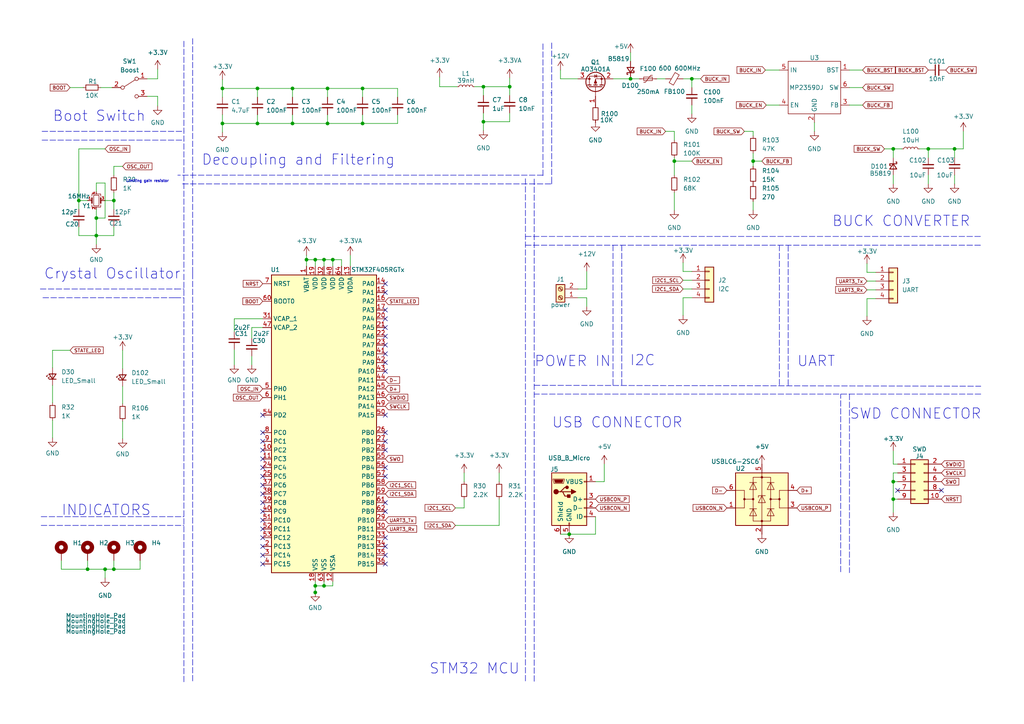
<source format=kicad_sch>
(kicad_sch (version 20211123) (generator eeschema)
  (paper "A4")
  (title_block (title "STM32 test") (date "2022-11-14") (rev "1.0") (company "Omar Fayed"))
  (junction (at 259.08 139.7))
  (junction (at 200.66 22.86))
  (junction (at 22.86 58.166))
  (junction (at 93.98 169.926))
  (junction (at 91.44 169.926))
  (junction (at 96.52 75.311))
  (junction (at 269.24 43.18))
  (junction (at 84.836 35.814))
  (junction (at 94.996 35.814))
  (junction (at 94.996 25.654))
  (junction (at 218.44 46.736))
  (junction (at 140.208 25.146))
  (junction (at 33.02 58.166))
  (junction (at 25.4 165.1))
  (junction (at 105.156 25.654))
  (junction (at 195.58 46.736))
  (junction (at 27.94 63.246))
  (junction (at 33.02 165.1))
  (junction (at 147.828 25.146))
  (junction (at 64.516 25.654))
  (junction (at 88.9 75.311))
  (junction (at 165.1 154.94))
  (junction (at 84.836 25.654))
  (junction (at 105.156 35.814))
  (junction (at 91.44 75.311))
  (junction (at 30.48 165.1))
  (junction (at 276.86 43.18))
  (junction (at 140.208 35.306))
  (junction (at 93.98 75.311))
  (junction (at 74.676 25.654))
  (junction (at 64.516 35.814))
  (junction (at 259.08 43.18))
  (junction (at 91.44 171.831))
  (junction (at 27.94 68.326))
  (junction (at 182.88 22.86))
  (junction (at 259.08 144.78))
  (junction (at 74.676 35.814))
  (no_connect (at 111.76 163.576))
  (no_connect (at 111.76 102.616))
  (no_connect (at 76.2 135.636))
  (no_connect (at 111.76 128.016))
  (no_connect (at 76.2 145.796))
  (no_connect (at 76.2 161.036))
  (no_connect (at 76.2 138.176))
  (no_connect (at 111.76 84.836))
  (no_connect (at 260.35 142.24))
  (no_connect (at 76.2 130.556))
  (no_connect (at 111.76 148.336))
  (no_connect (at 76.2 148.336))
  (no_connect (at 111.76 94.996))
  (no_connect (at 111.76 82.296))
  (no_connect (at 111.76 120.396))
  (no_connect (at 111.76 138.176))
  (no_connect (at 111.76 145.796))
  (no_connect (at 111.76 158.496))
  (no_connect (at 111.76 135.636))
  (no_connect (at 76.2 143.256))
  (no_connect (at 76.2 155.956))
  (no_connect (at 111.76 100.076))
  (no_connect (at 111.76 130.556))
  (no_connect (at 76.2 125.476))
  (no_connect (at 76.2 150.876))
  (no_connect (at 111.76 161.036))
  (no_connect (at 111.76 92.456))
  (no_connect (at 111.76 105.156))
  (no_connect (at 76.2 140.716))
  (no_connect (at 111.76 155.956))
  (no_connect (at 76.2 133.096))
  (no_connect (at 111.76 89.916))
  (no_connect (at 111.76 125.476))
  (no_connect (at 76.2 128.016))
  (no_connect (at 76.2 120.396))
  (no_connect (at 76.2 158.496))
  (no_connect (at 76.2 163.576))
  (no_connect (at 111.76 97.536))
  (no_connect (at 111.76 107.696))
  (no_connect (at 76.2 153.416))
  (no_connect (at 273.05 142.24))
  (polyline (pts (xy 55.88 11.176) (xy 55.88 79.248)))
  (wire (pts (xy 30.48 53.086) (xy 30.48 63.246)))
  (wire (pts (xy 246.38 30.48) (xy 250.19 30.48)))
  (wire (pts (xy 33.02 68.326) (xy 27.94 68.326)))
  (wire (pts (xy 96.52 77.216) (xy 96.52 75.311)))
  (wire (pts (xy 165.1 154.94) (xy 172.72 154.94)))
  (wire (pts (xy 226.06 20.32) (xy 221.996 20.32)))
  (wire (pts (xy 198.12 78.74) (xy 200.66 78.74)))
  (wire (pts (xy 33.02 165.1) (xy 30.48 165.1)))
  (wire (pts (xy 198.12 76.2) (xy 198.12 78.74)))
  (polyline (pts (xy 180.34 71.12) (xy 180.34 111.76)))
  (wire (pts (xy 35.56 122.174) (xy 35.56 127.254)))
  (wire (pts (xy 33.02 48.26) (xy 35.56 48.26)))
  (polyline (pts (xy 284.48 114.3) (xy 154.94 114.3)))
  (wire (pts (xy 269.24 43.18) (xy 276.86 43.18)))
  (wire (pts (xy 185.42 22.86) (xy 182.88 22.86)))
  (wire (pts (xy 144.78 139.7) (xy 144.78 137.16)))
  (wire (pts (xy 91.44 77.216) (xy 91.44 75.311)))
  (wire (pts (xy 74.676 28.194) (xy 74.676 25.654)))
  (wire (pts (xy 84.836 25.654) (xy 94.996 25.654)))
  (wire (pts (xy 22.86 43.18) (xy 22.86 58.166)))
  (wire (pts (xy 132.08 152.4) (xy 144.78 152.4)))
  (wire (pts (xy 147.828 27.686) (xy 147.828 25.146)))
  (wire (pts (xy 74.676 25.654) (xy 84.836 25.654)))
  (wire (pts (xy 105.156 35.814) (xy 115.316 35.814)))
  (polyline (pts (xy 152.4 71.12) (xy 284.734 71.12)))
  (wire (pts (xy 64.516 33.274) (xy 64.516 35.814)))
  (wire (pts (xy 256.54 43.18) (xy 259.08 43.18)))
  (wire (pts (xy 132.08 147.32) (xy 134.62 147.32)))
  (wire (pts (xy 140.208 35.306) (xy 147.828 35.306)))
  (wire (pts (xy 94.996 28.194) (xy 94.996 25.654)))
  (wire (pts (xy 254 78.994) (xy 251.46 78.994)))
  (wire (pts (xy 25.4 165.1) (xy 17.78 165.1)))
  (wire (pts (xy 147.828 22.606) (xy 147.828 25.146)))
  (polyline (pts (xy 160.02 53.34) (xy 160.02 51.562)))
  (wire (pts (xy 22.86 43.18) (xy 30.48 43.18)))
  (wire (pts (xy 91.44 169.926) (xy 91.44 168.656)))
  (polyline (pts (xy 152.4 68.58) (xy 284.48 68.58)))
  (wire (pts (xy 27.94 60.706) (xy 27.94 63.246)))
  (polyline (pts (xy 160.02 12.446) (xy 160.02 51.562)))
  (wire (pts (xy 27.94 68.326) (xy 27.94 70.866)))
  (polyline (pts (xy 154.94 197.612) (xy 154.94 51.562)))
  (wire (pts (xy 30.48 165.1) (xy 25.4 165.1)))
  (wire (pts (xy 170.18 86.36) (xy 170.18 88.9)))
  (wire (pts (xy 259.08 50.8) (xy 259.08 53.34)))
  (wire (pts (xy 215.9 38.1) (xy 218.44 38.1)))
  (wire (pts (xy 15.24 121.92) (xy 15.24 127)))
  (wire (pts (xy 27.94 63.246) (xy 27.94 68.326)))
  (wire (pts (xy 246.38 25.4) (xy 250.19 25.4)))
  (wire (pts (xy 172.72 154.94) (xy 172.72 149.86)))
  (polyline (pts (xy 11.938 149.86) (xy 53.34 149.86)))
  (polyline (pts (xy 159.766 53.34) (xy 52.832 53.34)))
  (wire (pts (xy 259.08 144.78) (xy 259.08 148.59)))
  (wire (pts (xy 22.86 65.786) (xy 22.86 68.326)))
  (wire (pts (xy 64.516 25.654) (xy 74.676 25.654)))
  (wire (pts (xy 84.836 33.274) (xy 84.836 35.814)))
  (wire (pts (xy 93.98 75.311) (xy 96.52 75.311)))
  (wire (pts (xy 193.04 38.1) (xy 195.58 38.1)))
  (wire (pts (xy 67.945 92.456) (xy 67.945 96.266)))
  (wire (pts (xy 259.08 45.72) (xy 259.08 43.18)))
  (wire (pts (xy 134.62 144.78) (xy 134.62 147.32)))
  (wire (pts (xy 140.208 35.306) (xy 140.208 37.846)))
  (wire (pts (xy 200.66 86.36) (xy 198.12 86.36)))
  (wire (pts (xy 218.44 46.736) (xy 220.98 46.736)))
  (wire (pts (xy 200.66 22.86) (xy 203.2 22.86)))
  (polyline (pts (xy 50.8 86.36) (xy 53.34 86.36)))
  (wire (pts (xy 260.35 134.62) (xy 259.08 134.62)))
  (wire (pts (xy 259.08 134.62) (xy 259.08 130.81)))
  (wire (pts (xy 195.58 38.1) (xy 195.58 40.64)))
  (wire (pts (xy 200.66 30.48) (xy 200.66 33.02)))
  (wire (pts (xy 198.12 83.82) (xy 200.66 83.82)))
  (wire (pts (xy 27.94 55.626) (xy 27.94 53.086)))
  (wire (pts (xy 74.676 33.274) (xy 74.676 35.814)))
  (polyline (pts (xy 228.6 111.76) (xy 228.6 71.12)))
  (wire (pts (xy 246.38 20.32) (xy 250.19 20.32)))
  (wire (pts (xy 276.86 43.18) (xy 276.86 45.72)))
  (wire (pts (xy 45.72 20.066) (xy 45.72 22.86)))
  (polyline (pts (xy 12.192 38.1) (xy 53.34 38.1)))
  (wire (pts (xy 254 86.614) (xy 251.46 86.614)))
  (wire (pts (xy 279.4 38.1) (xy 279.4 43.18)))
  (polyline (pts (xy 50.8 83.82) (xy 53.34 83.82)))
  (polyline (pts (xy 53.34 79.502) (xy 53.34 197.866)))
  (polyline (pts (xy 11.938 152.4) (xy 53.34 152.4)))
  (wire (pts (xy 147.828 25.146) (xy 140.208 25.146)))
  (wire (pts (xy 170.18 78.74) (xy 170.18 83.82)))
  (wire (pts (xy 27.94 53.086) (xy 30.48 53.086)))
  (wire (pts (xy 269.24 50.8) (xy 269.24 53.34)))
  (wire (pts (xy 134.62 139.7) (xy 134.62 137.16)))
  (wire (pts (xy 137.668 25.146) (xy 140.208 25.146)))
  (wire (pts (xy 105.156 28.194) (xy 105.156 25.654)))
  (wire (pts (xy 101.6 74.041) (xy 101.6 77.216)))
  (wire (pts (xy 132.588 25.146) (xy 127.508 25.146)))
  (polyline (pts (xy 154.94 111.76) (xy 284.48 112.014)))
  (wire (pts (xy 94.996 33.274) (xy 94.996 35.814)))
  (polyline (pts (xy 157.48 12.7) (xy 157.48 51.308)))
  (wire (pts (xy 195.58 50.8) (xy 195.58 46.736)))
  (wire (pts (xy 218.44 44.45) (xy 218.44 46.736)))
  (wire (pts (xy 73.025 103.251) (xy 73.025 105.791)))
  (wire (pts (xy 84.836 35.814) (xy 94.996 35.814)))
  (wire (pts (xy 140.208 25.146) (xy 140.208 27.686)))
  (wire (pts (xy 74.676 35.814) (xy 84.836 35.814)))
  (wire (pts (xy 195.58 46.736) (xy 200.66 46.736)))
  (wire (pts (xy 236.22 35.56) (xy 236.22 38.1)))
  (wire (pts (xy 105.156 25.654) (xy 115.316 25.654)))
  (wire (pts (xy 33.02 162.56) (xy 33.02 165.1)))
  (wire (pts (xy 259.08 137.16) (xy 260.35 137.16)))
  (wire (pts (xy 25.4 58.166) (xy 22.86 58.166)))
  (wire (pts (xy 162.56 20.32) (xy 162.56 22.86)))
  (polyline (pts (xy 226.06 71.12) (xy 226.06 111.76)))
  (wire (pts (xy 162.56 154.94) (xy 165.1 154.94)))
  (wire (pts (xy 260.35 144.78) (xy 259.08 144.78)))
  (wire (pts (xy 260.35 139.7) (xy 259.08 139.7)))
  (polyline (pts (xy 160.02 26.924) (xy 159.766 26.924)))
  (wire (pts (xy 200.66 22.86) (xy 200.66 25.4)))
  (wire (pts (xy 67.945 101.346) (xy 67.945 105.791)))
  (wire (pts (xy 30.48 58.166) (xy 33.02 58.166)))
  (wire (pts (xy 15.24 101.6) (xy 15.24 106.68)))
  (wire (pts (xy 20.32 25.4) (xy 24.13 25.4)))
  (wire (pts (xy 195.58 46.736) (xy 195.58 45.72)))
  (wire (pts (xy 177.8 22.86) (xy 182.88 22.86)))
  (wire (pts (xy 88.9 75.311) (xy 91.44 75.311)))
  (wire (pts (xy 105.156 33.274) (xy 105.156 35.814)))
  (wire (pts (xy 172.72 139.7) (xy 175.26 139.7)))
  (polyline (pts (xy 11.684 83.82) (xy 50.8 83.82)))
  (wire (pts (xy 40.64 165.1) (xy 33.02 165.1)))
  (polyline (pts (xy 12.192 40.64) (xy 53.34 40.64)))
  (wire (pts (xy 222.25 30.48) (xy 226.06 30.48)))
  (wire (pts (xy 279.4 43.18) (xy 276.86 43.18)))
  (wire (pts (xy 88.9 74.041) (xy 88.9 75.311)))
  (wire (pts (xy 91.44 171.831) (xy 91.44 169.926)))
  (wire (pts (xy 144.78 144.78) (xy 144.78 152.4)))
  (wire (pts (xy 96.52 169.926) (xy 96.52 168.656)))
  (wire (pts (xy 25.4 162.56) (xy 25.4 165.1)))
  (wire (pts (xy 88.9 75.311) (xy 88.9 77.216)))
  (wire (pts (xy 251.46 84.074) (xy 254 84.074)))
  (wire (pts (xy 198.12 81.28) (xy 200.66 81.28)))
  (wire (pts (xy 251.46 78.994) (xy 251.46 76.454)))
  (wire (pts (xy 73.025 94.996) (xy 73.025 98.171)))
  (polyline (pts (xy 53.34 11.938) (xy 53.34 78.74)))
  (polyline (pts (xy 55.88 79.248) (xy 55.88 197.866)))
  (wire (pts (xy 94.996 25.654) (xy 105.156 25.654)))
  (wire (pts (xy 17.78 165.1) (xy 17.78 162.56)))
  (wire (pts (xy 67.945 92.456) (xy 76.2 92.456)))
  (wire (pts (xy 198.12 22.86) (xy 200.66 22.86)))
  (polyline (pts (xy 246.38 114.3) (xy 246.38 166.116)))
  (polyline (pts (xy 12.446 86.36) (xy 50.8 86.36)))
  (wire (pts (xy 175.26 139.7) (xy 175.26 134.62)))
  (wire (pts (xy 218.44 46.736) (xy 218.44 48.26)))
  (wire (pts (xy 15.24 111.76) (xy 15.24 116.84)))
  (wire (pts (xy 93.98 77.216) (xy 93.98 75.311)))
  (wire (pts (xy 218.44 39.37) (xy 218.44 38.1)))
  (wire (pts (xy 99.06 77.216) (xy 99.06 75.311)))
  (wire (pts (xy 167.64 83.82) (xy 170.18 83.82)))
  (polyline (pts (xy 177.8 71.12) (xy 177.8 111.76)))
  (wire (pts (xy 94.996 35.814) (xy 105.156 35.814)))
  (wire (pts (xy 251.46 86.614) (xy 251.46 91.694)))
  (wire (pts (xy 93.98 169.926) (xy 96.52 169.926)))
  (wire (pts (xy 40.64 162.56) (xy 40.64 165.1)))
  (wire (pts (xy 33.02 55.88) (xy 33.02 58.166)))
  (wire (pts (xy 269.24 45.72) (xy 269.24 43.18)))
  (wire (pts (xy 147.828 35.306) (xy 147.828 32.766)))
  (wire (pts (xy 266.7 43.18) (xy 269.24 43.18)))
  (wire (pts (xy 218.44 58.42) (xy 218.44 60.96)))
  (wire (pts (xy 127.508 22.352) (xy 127.508 25.146)))
  (wire (pts (xy 162.56 22.86) (xy 167.64 22.86)))
  (wire (pts (xy 42.672 27.94) (xy 45.72 27.94)))
  (wire (pts (xy 33.02 58.166) (xy 33.02 60.706)))
  (wire (pts (xy 190.5 22.86) (xy 193.04 22.86)))
  (wire (pts (xy 64.516 25.654) (xy 64.516 28.194)))
  (wire (pts (xy 96.52 75.311) (xy 99.06 75.311)))
  (wire (pts (xy 195.58 60.96) (xy 195.58 55.88)))
  (wire (pts (xy 91.44 172.466) (xy 91.44 171.831)))
  (wire (pts (xy 15.24 101.6) (xy 20.32 101.6)))
  (wire (pts (xy 45.72 27.94) (xy 45.72 30.734)))
  (wire (pts (xy 276.86 50.8) (xy 276.86 53.34)))
  (wire (pts (xy 64.516 35.814) (xy 64.516 38.354)))
  (wire (pts (xy 167.64 86.36) (xy 170.18 86.36)))
  (wire (pts (xy 22.86 58.166) (xy 22.86 60.706)))
  (wire (pts (xy 251.46 81.534) (xy 254 81.534)))
  (wire (pts (xy 33.02 65.786) (xy 33.02 68.326)))
  (wire (pts (xy 115.316 25.654) (xy 115.316 28.194)))
  (wire (pts (xy 22.86 68.326) (xy 27.94 68.326)))
  (wire (pts (xy 29.21 25.4) (xy 32.512 25.4)))
  (wire (pts (xy 261.62 43.18) (xy 259.08 43.18)))
  (wire (pts (xy 76.2 94.996) (xy 73.025 94.996)))
  (wire (pts (xy 93.98 169.926) (xy 93.98 168.656)))
  (wire (pts (xy 91.44 75.311) (xy 93.98 75.311)))
  (wire (pts (xy 42.672 22.86) (xy 45.72 22.86)))
  (wire (pts (xy 140.208 32.766) (xy 140.208 35.306)))
  (wire (pts (xy 182.88 17.78) (xy 182.88 15.24)))
  (wire (pts (xy 35.56 106.934) (xy 35.56 101.6)))
  (polyline (pts (xy 157.48 50.8) (xy 51.562 50.8)))
  (wire (pts (xy 33.02 50.8) (xy 33.02 48.26)))
  (wire (pts (xy 198.12 86.36) (xy 198.12 91.44)))
  (wire (pts (xy 259.08 144.78) (xy 259.08 139.7)))
  (wire (pts (xy 115.316 35.814) (xy 115.316 33.274)))
  (wire (pts (xy 30.48 167.64) (xy 30.48 165.1)))
  (wire (pts (xy 30.48 63.246) (xy 27.94 63.246)))
  (wire (pts (xy 35.56 112.014) (xy 35.56 117.094)))
  (wire (pts (xy 64.516 35.814) (xy 74.676 35.814)))
  (wire (pts (xy 259.08 139.7) (xy 259.08 137.16)))
  (wire (pts (xy 84.836 28.194) (xy 84.836 25.654)))
  (wire (pts (xy 64.516 23.114) (xy 64.516 25.654)))
  (polyline (pts (xy 152.4 51.816) (xy 152.4 197.866)))
  (wire (pts (xy 91.44 169.926) (xy 93.98 169.926)))
  (polyline (pts (xy 243.84 165.862) (xy 243.84 114.3)))
  (text "Boot Switch" (at 15.24 35.56 0) (effects (font (size 3 3)) (justify left bottom)))
  (text "I2C" (at 182.626 106.426 0) (effects (font (size 3 3)) (justify left bottom)))
  (text "Crystal Oscillator" (at 12.7 81.28 0) (effects (font (size 3 3)) (justify left bottom)))
  (text "INDICATORS" (at 17.78 149.86 0) (effects (font (size 3 3)) (justify left bottom)))
  (text "UART" (at 231.14 106.68 0) (effects (font (size 3 3)) (justify left bottom)))
  (text "Limiting gain resistor" (at 36.576 53.086 0) (effects (font (size 0.75 0.75)) (justify left bottom)))
  (text "USB CONNECTOR" (at 160.02 124.46 0) (effects (font (size 3 3)) (justify left bottom)))
  (text "STM32 MCU" (at 124.46 195.834 0) (effects (font (size 3 3)) (justify left bottom)))
  (text "SWD CONNECTOR" (at 246.38 121.92 0) (effects (font (size 3 3)) (justify left bottom)))
  (text "Decoupling and Filtering" (at 58.42 48.26 0) (effects (font (size 3 3)) (justify left bottom)))
  (text "BUCK CONVERTER" (at 241.3 66.04 0) (effects (font (size 3 3)) (justify left bottom)))
  (text "POWER IN" (at 154.94 106.68 0) (effects (font (size 3 3)) (justify left bottom)))
  (global_label "UART3_Rx" (shape input) (at 251.46 84.074 180) (effects (font (size 1 1))) (property "Intersheet References" "${INTERSHEET_REFS}" (effects hide)))
  (global_label "SWO" (shape input) (at 273.05 139.7 0) (effects (font (size 1 1))) (property "Intersheet References" "${INTERSHEET_REFS}" (effects hide)))
  (global_label "BUCK_FB" (shape input) (at 220.98 46.736 0) (effects (font (size 1 1))) (property "Intersheet References" "${INTERSHEET_REFS}" (effects hide)))
  (global_label "D+" (shape input) (at 111.76 112.776 0) (effects (font (size 1 1))) (property "Intersheet References" "${INTERSHEET_REFS}" (effects hide)))
  (global_label "USBCON_N" (shape input) (at 172.72 147.32 0) (effects (font (size 1 1))) (property "Intersheet References" "${INTERSHEET_REFS}" (effects hide)))
  (global_label "SWCLK" (shape input) (at 273.05 137.16 0) (effects (font (size 1 1))) (property "Intersheet References" "${INTERSHEET_REFS}" (effects hide)))
  (global_label "I2C1_SCL" (shape input) (at 111.76 140.716 0) (effects (font (size 1 1))) (property "Intersheet References" "${INTERSHEET_REFS}" (effects hide)))
  (global_label "BUCK_SW" (shape input) (at 256.54 43.18 180) (effects (font (size 1 1))) (property "Intersheet References" "${INTERSHEET_REFS}" (effects hide)))
  (global_label "OSC_OUT" (shape input) (at 35.56 48.26 0) (effects (font (size 1 1))) (property "Intersheet References" "${INTERSHEET_REFS}" (effects hide)))
  (global_label "I2C1_SDA" (shape input) (at 132.08 152.4 180) (effects (font (size 1 1))) (property "Intersheet References" "${INTERSHEET_REFS}" (effects hide)))
  (global_label "I2C1_SDA" (shape input) (at 111.76 143.256 0) (effects (font (size 1 1))) (property "Intersheet References" "${INTERSHEET_REFS}" (effects hide)))
  (global_label "D-" (shape input) (at 111.76 110.236 0) (effects (font (size 1 1))) (property "Intersheet References" "${INTERSHEET_REFS}" (effects hide)))
  (global_label "BUCK_BST" (shape input) (at 269.24 20.32 180) (effects (font (size 1 1))) (property "Intersheet References" "${INTERSHEET_REFS}" (effects hide)))
  (global_label "BOOT" (shape input) (at 76.2 87.376 180) (effects (font (size 1 1))) (property "Intersheet References" "${INTERSHEET_REFS}" (effects hide)))
  (global_label "UART3_Tx" (shape input) (at 251.46 81.534 180) (effects (font (size 1 1))) (property "Intersheet References" "${INTERSHEET_REFS}" (effects hide)))
  (global_label "USBCON_P" (shape input) (at 172.72 144.78 0) (effects (font (size 1 1))) (property "Intersheet References" "${INTERSHEET_REFS}" (effects hide)))
  (global_label "OSC_OUT" (shape input) (at 76.2 115.316 180) (effects (font (size 1 1))) (property "Intersheet References" "${INTERSHEET_REFS}" (effects hide)))
  (global_label "BOOT" (shape input) (at 20.32 25.4 180) (effects (font (size 1 1))) (property "Intersheet References" "${INTERSHEET_REFS}" (effects hide)))
  (global_label "SWCLK" (shape input) (at 111.76 117.856 0) (effects (font (size 1 1))) (property "Intersheet References" "${INTERSHEET_REFS}" (effects hide)))
  (global_label "BUCK_EN" (shape input) (at 222.25 30.48 180) (effects (font (size 1 1))) (property "Intersheet References" "${INTERSHEET_REFS}" (effects hide)))
  (global_label "OSC_IN" (shape input) (at 30.48 43.18 0) (effects (font (size 1 1))) (property "Intersheet References" "${INTERSHEET_REFS}" (effects hide)))
  (global_label "BUCK_EN" (shape input) (at 200.66 46.736 0) (effects (font (size 1 1))) (property "Intersheet References" "${INTERSHEET_REFS}" (effects hide)))
  (global_label "USBCON_P" (shape input) (at 231.14 147.32 0) (effects (font (size 1 1))) (property "Intersheet References" "${INTERSHEET_REFS}" (effects hide)))
  (global_label "BUCK_IN" (shape input) (at 193.04 38.1 180) (effects (font (size 1 1))) (property "Intersheet References" "${INTERSHEET_REFS}" (effects hide)))
  (global_label "STATE_LED" (shape input) (at 20.32 101.6 0) (effects (font (size 1 1))) (property "Intersheet References" "${INTERSHEET_REFS}" (effects hide)))
  (global_label "BUCK_SW" (shape input) (at 250.19 25.4 0) (effects (font (size 1 1))) (property "Intersheet References" "${INTERSHEET_REFS}" (effects hide)))
  (global_label "OSC_IN" (shape input) (at 76.2 112.776 180) (effects (font (size 1 1))) (property "Intersheet References" "${INTERSHEET_REFS}" (effects hide)))
  (global_label "D+" (shape input) (at 231.14 142.24 0) (effects (font (size 1 1))) (property "Intersheet References" "${INTERSHEET_REFS}" (effects hide)))
  (global_label "BUCK_BST" (shape input) (at 250.19 20.32 0) (effects (font (size 1 1))) (property "Intersheet References" "${INTERSHEET_REFS}" (effects hide)))
  (global_label "SWDIO" (shape input) (at 111.76 115.316 0) (effects (font (size 1 1))) (property "Intersheet References" "${INTERSHEET_REFS}" (effects hide)))
  (global_label "BUCK_IN" (shape input) (at 221.996 20.32 180) (effects (font (size 1 1))) (property "Intersheet References" "${INTERSHEET_REFS}" (effects hide)))
  (global_label "UART3_Tx" (shape input) (at 111.76 150.876 0) (effects (font (size 1 1))) (property "Intersheet References" "${INTERSHEET_REFS}" (effects hide)))
  (global_label "UART3_Rx" (shape input) (at 111.76 153.416 0) (effects (font (size 1 1))) (property "Intersheet References" "${INTERSHEET_REFS}" (effects hide)))
  (global_label "SWO" (shape input) (at 111.76 133.096 0) (effects (font (size 1 1))) (property "Intersheet References" "${INTERSHEET_REFS}" (effects hide)))
  (global_label "I2C1_SCL" (shape input) (at 198.12 81.28 180) (effects (font (size 1 1))) (property "Intersheet References" "${INTERSHEET_REFS}" (effects hide)))
  (global_label "D-" (shape input) (at 210.82 142.24 180) (effects (font (size 1 1))) (property "Intersheet References" "${INTERSHEET_REFS}" (effects hide)))
  (global_label "BUCK_SW" (shape input) (at 215.9 38.1 180) (effects (font (size 1 1))) (property "Intersheet References" "${INTERSHEET_REFS}" (effects hide)))
  (global_label "SWDIO" (shape input) (at 273.05 134.62 0) (effects (font (size 1 1))) (property "Intersheet References" "${INTERSHEET_REFS}" (effects hide)))
  (global_label "NRST" (shape input) (at 76.2 82.296 180) (effects (font (size 1 1))) (property "Intersheet References" "${INTERSHEET_REFS}" (effects hide)))
  (global_label "USBCON_N" (shape input) (at 210.82 147.32 180) (effects (font (size 1 1))) (property "Intersheet References" "${INTERSHEET_REFS}" (effects hide)))
  (global_label "BUCK_IN" (shape input) (at 203.2 22.86 0) (effects (font (size 1 1))) (property "Intersheet References" "${INTERSHEET_REFS}" (effects hide)))
  (global_label "NRST" (shape input) (at 273.05 144.78 0) (effects (font (size 1 1))) (property "Intersheet References" "${INTERSHEET_REFS}" (effects hide)))
  (global_label "BUCK_SW" (shape input) (at 274.32 20.32 0) (effects (font (size 1 1))) (property "Intersheet References" "${INTERSHEET_REFS}" (effects hide)))
  (global_label "I2C1_SCL" (shape input) (at 132.08 147.32 180) (effects (font (size 1 1))) (property "Intersheet References" "${INTERSHEET_REFS}" (effects hide)))
  (global_label "STATE_LED" (shape input) (at 111.76 87.376 0) (effects (font (size 1 1))) (property "Intersheet References" "${INTERSHEET_REFS}" (effects hide)))
  (global_label "BUCK_FB" (shape input) (at 250.19 30.48 0) (effects (font (size 1 1))) (property "Intersheet References" "${INTERSHEET_REFS}" (effects hide)))
  (global_label "I2C1_SDA" (shape input) (at 198.12 83.82 180) (effects (font (size 1 1))) (property "Intersheet References" "${INTERSHEET_REFS}" (effects hide)))
  (symbol (lib_id "power:+3.3V") (at 251.46 76.454 0) (unit 1)
    (property "Reference" "#PWR0134" (effects hide))
    (property "Value" "+3.3V" (at 251.46 72.898 0))
  )
  (symbol (lib_id "Device:C_Small") (at 200.66 27.94 0) (unit 1)
    (property "Reference" "C100" (at 203.962 26.6762 0) (effects (justify left)))
    (property "Value" "100nF" (at 203.962 29.2162 0) (effects (justify left)))
    (property "Footprint" "Capacitor_SMD:C_0603_1608Metric" (effects hide))
  )
  (symbol (lib_id "Device:C_Small") (at 105.156 30.734 0) (unit 1)
    (property "Reference" "C5" (at 107.696 29.4702 0) (effects (justify left)))
    (property "Value" "100nF" (at 107.696 32.0102 0) (effects (justify left)))
    (property "Footprint" "Capacitor_SMD:C_0402_1005Metric" (effects hide))
  )
  (symbol (lib_id "power:GND") (at 15.24 127 0) (unit 1)
    (property "Reference" "#PWR0112" (effects hide))
    (property "Value" "GND" (at 15.24 131.445 0))
  )
  (symbol (lib_id "power:GND") (at 200.66 33.02 0) (unit 1)
    (property "Reference" "#PWR0121" (effects hide))
    (property "Value" "GND" (at 200.66 38.1 0))
  )
  (symbol (lib_id "power:GND") (at 220.98 154.94 0) (unit 1)
    (property "Reference" "#PWR0137" (effects hide))
    (property "Value" "GND" (at 220.98 160.02 0))
  )
  (symbol (lib_id "power:+3.3V") (at 198.12 76.2 0) (unit 1)
    (property "Reference" "#PWR0133" (effects hide))
    (property "Value" "+3.3V" (at 198.12 72.644 0))
  )
  (symbol (lib_id "Connector_Generic:Conn_02x05_Odd_Even") (at 265.43 139.7 0) (unit 1)
    (property "Reference" "J4" (at 266.7 132.334 0))
    (property "Value" "SWD" (at 266.7 130.302 0))
    (property "Footprint" "Connector_PinSocket_1.27mm:PinSocket_2x05_P1.27mm_Vertical_SMD" (effects hide))
  )
  (symbol (lib_id "MCU_ST_STM32F4:STM32F405RGTx") (at 93.98 122.936 0) (unit 1)
    (property "Reference" "U1" (at 78.486 78.232 0) (effects (justify left)))
    (property "Value" "STM32F405RGTx" (at 101.854 78.232 0) (effects (justify left)))
    (property "Footprint" "Package_QFP:LQFP-64_10x10mm_P0.5mm" (effects hide))
    (property "Datasheet" "http://www.st.com/st-web-ui/static/active/en/resource/technical/document/datasheet/DM00037051.pdf" (effects hide))
  )
  (symbol (lib_id "Mechanical:MountingHole_Pad") (at 17.78 160.02 0) (unit 1)
    (property "Reference" "H1" (at 21.082 157.4799 0) (effects (justify left)))
    (property "Value" "MountingHole_Pad" (at 19.05 183.134 0) (effects (justify left)))
    (property "Footprint" "MountingHole:MountingHole_4.3mm_M4_Pad_Via" (effects hide))
  )
  (symbol (lib_id "power:+3.3V") (at 45.72 20.066 0) (unit 1)
    (property "Reference" "#PWR0105" (effects hide))
    (property "Value" "+3.3V" (at 45.72 15.24 0))
  )
  (symbol (lib_id "power:+3.3V") (at 279.4 38.1 0) (unit 1)
    (property "Reference" "#PWR0125" (effects hide))
    (property "Value" "+3.3V" (at 279.4 33.782 0))
  )
  (symbol (lib_id "Device:R_Small") (at 35.56 119.634 0) (unit 1)
    (property "Reference" "R106" (at 38.1 118.3639 0) (effects (justify left)))
    (property "Value" "1K" (at 38.1 120.9039 0) (effects (justify left)))
    (property "Footprint" "Resistor_SMD:R_0603_1608Metric" (effects hide))
  )
  (symbol (lib_id "Device:R_Small") (at 134.62 142.24 0) (unit 1)
    (property "Reference" "R30" (at 137.16 140.9699 0) (effects (justify left)))
    (property "Value" "2.2K" (at 137.16 143.5099 0) (effects (justify left)))
    (property "Footprint" "Resistor_SMD:R_0402_1005Metric" (effects hide))
  )
  (symbol (lib_id "power:+5V") (at 182.88 15.24 0) (unit 1)
    (property "Reference" "#PWR0129" (effects hide))
    (property "Value" "+5V" (at 180.086 13.462 0))
  )
  (symbol (lib_id "Device:R_Small") (at 144.78 142.24 0) (unit 1)
    (property "Reference" "R31" (at 147.32 140.9699 0) (effects (justify left)))
    (property "Value" "2.2K" (at 147.32 143.5099 0) (effects (justify left)))
    (property "Footprint" "Resistor_SMD:R_0402_1005Metric" (effects hide))
  )
  (symbol (lib_id "power:GND") (at 35.56 127.254 0) (unit 1)
    (property "Reference" "#PWR0113" (effects hide))
    (property "Value" "GND" (at 35.56 131.699 0))
  )
  (symbol (lib_id "power:+3.3V") (at 144.78 137.16 0) (unit 1)
    (property "Reference" "#PWR0118" (effects hide))
    (property "Value" "+3.3V" (at 144.78 132.08 0))
  )
  (symbol (lib_id "Connector:Screw_Terminal_01x02") (at 162.56 86.36 180) (unit 1)
    (property "Reference" "J1" (at 162.56 81.026 0))
    (property "Value" "power" (at 162.56 88.392 0))
    (property "Footprint" "TerminalBlock_Phoenix:TerminalBlock_Phoenix_MKDS-1,5-2_1x02_P5.00mm_Horizontal" (effects hide))
  )
  (symbol (lib_id "Device:C_Small") (at 147.828 30.226 0) (unit 1)
    (property "Reference" "C8" (at 150.368 28.9622 0) (effects (justify left)))
    (property "Value" "10nF" (at 150.368 31.5022 0) (effects (justify left)))
    (property "Footprint" "Capacitor_SMD:C_0402_1005Metric" (effects hide))
  )
  (symbol (lib_id "power:GND") (at 269.24 53.34 0) (unit 1)
    (property "Reference" "#PWR0128" (effects hide))
    (property "Value" "GND" (at 269.24 58.42 0))
  )
  (symbol (lib_id "Device:R_Small") (at 172.72 33.02 0) (unit 1)
    (property "Reference" "R100" (at 174.244 33.02 0) (effects (justify left)))
    (property "Value" "10K" (at 173.99 34.798 0) (effects (justify left)))
    (property "Footprint" "Resistor_SMD:R_0603_1608Metric" (effects hide))
  )
  (symbol (lib_id "Device:C_Small") (at 73.025 100.711 0) (unit 1)
    (property "Reference" "C30" (at 73.152 98.806 0) (effects (justify left)))
    (property "Value" "2u2F" (at 73.406 96.774 0) (effects (justify left)))
    (property "Footprint" "Capacitor_SMD:C_0201_0603Metric" (effects hide))
  )
  (symbol (lib_id "power:+3.3V") (at 35.56 101.6 0) (unit 1)
    (property "Reference" "#PWR0111" (effects hide))
    (property "Value" "+3.3V" (at 35.56 97.79 0))
  )
  (symbol (lib_id "power:GND") (at 198.12 91.44 0) (unit 1)
    (property "Reference" "#PWR0136" (effects hide))
    (property "Value" "GND" (at 198.12 96.52 0))
  )
  (symbol (lib_id "Device:L_Small") (at 135.128 25.146 90) (unit 1)
    (property "Reference" "L1" (at 135.128 21.336 90))
    (property "Value" "39nH" (at 135.128 23.368 90))
    (property "Footprint" "Inductor_SMD:L_0402_1005Metric" (effects hide))
  )
  (symbol (lib_id "Connector_Generic:Conn_01x04") (at 259.08 81.534 0) (unit 1)
    (property "Reference" "J3" (at 261.62 81.5339 0) (effects (justify left)))
    (property "Value" "UART" (at 261.62 84.0739 0) (effects (justify left)))
    (property "Footprint" "Connector_JST:JST_PH_S4B-PH-K_1x04_P2.00mm_Horizontal" (effects hide))
  )
  (symbol (lib_id "MP2359 Buck:MP2359DJ") (at 236.22 17.78 0) (unit 1)
    (property "Reference" "U3" (at 236.22 16.764 0))
    (property "Value" "MP2359DJ" (at 233.934 25.4 0))
    (property "Footprint" "Package_TO_SOT_SMD:SOT-23-6" (effects hide))
  )
  (symbol (lib_id "Power_Protection:USBLC6-2SC6") (at 220.98 144.78 0) (unit 1)
    (property "Reference" "U2" (at 213.36 135.89 0) (effects (justify left)))
    (property "Value" "USBLC6-2SC6" (at 206.248 133.858 0) (effects (justify left)))
    (property "Footprint" "Package_TO_SOT_SMD:SOT-23-6" (effects hide))
    (property "Datasheet" "https://www.st.com/resource/en/datasheet/usblc6-2.pdf" (effects hide))
  )
  (symbol (lib_id "Switch:SW_SPDT") (at 37.592 25.4 0) (unit 1)
    (property "Reference" "SW1" (at 37.592 17.78 0))
    (property "Value" "Boost" (at 37.592 20.32 0))
    (property "Footprint" "Button_Switch_SMD:SW_SPDT_PCM12" (effects hide))
  )
  (symbol (lib_id "Device:C_Small") (at 33.02 63.246 180) (unit 1)
    (property "Reference" "C21" (at 35.56 64.77 0) (effects (justify left)))
    (property "Value" "12pF" (at 38.1 61.468 0) (effects (justify left)))
    (property "Footprint" "Capacitor_SMD:C_0603_1608Metric" (effects hide))
  )
  (symbol (lib_id "Device:FerriteBead_Small") (at 195.58 22.86 90) (unit 1)
    (property "Reference" "FB100" (at 195.6159 26.5431 90))
    (property "Value" "600 600MHz" (at 197.104 19.812 90))
    (property "Footprint" "Inductor_SMD:L_0805_2012Metric" (effects hide))
  )
  (symbol (lib_id "Device:D_Schottky_Small") (at 259.08 48.26 270) (unit 1)
    (property "Reference" "D101" (at 252.476 48.26 90) (effects (justify left)))
    (property "Value" "B5819" (at 252.222 50.292 90) (effects (justify left)))
    (property "Footprint" "Diode_SMD:D_0805_2012Metric" (effects hide))
  )
  (symbol (lib_id "power:GND") (at 276.86 53.34 0) (unit 1)
    (property "Reference" "#PWR0126" (effects hide))
    (property "Value" "GND" (at 276.86 58.42 0))
  )
  (symbol (lib_id "Device:R_Small") (at 33.02 53.34 0) (unit 1)
    (property "Reference" "R20" (at 35.56 52.0699 0) (effects (justify left)))
    (property "Value" "1K" (at 35.56 54.6099 0) (effects (justify left)))
    (property "Footprint" "Resistor_SMD:R_0603_1608Metric" (effects hide))
  )
  (symbol (lib_id "power:GND") (at 64.516 38.354 0) (unit 1)
    (property "Reference" "#PWR0106" (effects hide))
    (property "Value" "GND" (at 64.516 43.434 0))
  )
  (symbol (lib_id "power:+12V") (at 162.56 20.32 0) (unit 1)
    (property "Reference" "#PWR0120" (effects hide))
    (property "Value" "+12V" (at 162.56 16.256 0))
  )
  (symbol (lib_id "Transistor_FET:AO3401A") (at 172.72 25.4 90) (unit 1)
    (property "Reference" "Q1" (at 172.72 18.034 90))
    (property "Value" "AO3401A" (at 172.72 20.066 90))
    (property "Footprint" "Package_TO_SOT_SMD:SOT-23" (effects hide))
    (property "Datasheet" "http://www.aosmd.com/pdfs/datasheet/AO3401A.pdf" (effects hide))
  )
  (symbol (lib_id "power:+3.3V") (at 127.508 22.352 0) (unit 1)
    (property "Reference" "#PWR0102" (effects hide))
    (property "Value" "+3.3V" (at 127.508 17.526 0))
  )
  (symbol (lib_id "Device:Crystal_GND24_Small") (at 27.94 58.166 0) (unit 1)
    (property "Reference" "Y1" (at 25.146 59.69 0))
    (property "Value" "16MHz" (at 22.86 56.896 0))
    (property "Footprint" "Crystal:Crystal_SMD_3225-4Pin_3.2x2.5mm" (effects hide))
  )
  (symbol (lib_id "power:+5V") (at 220.98 134.62 0) (unit 1)
    (property "Reference" "#PWR0138" (effects hide))
    (property "Value" "+5V" (at 220.98 129.54 0))
  )
  (symbol (lib_id "Mechanical:MountingHole_Pad") (at 33.02 160.02 0) (unit 1)
    (property "Reference" "H3" (at 36.322 157.4799 0) (effects (justify left)))
    (property "Value" "MountingHole_Pad" (at 19.05 178.562 0) (effects (justify left)))
    (property "Footprint" "MountingHole:MountingHole_4.3mm_M4_Pad_Via" (effects hide))
  )
  (symbol (lib_id "Device:C_Small") (at 115.316 30.734 0) (unit 1)
    (property "Reference" "C6" (at 117.856 29.4702 0) (effects (justify left)))
    (property "Value" "100nF" (at 117.856 32.0102 0) (effects (justify left)))
    (property "Footprint" "Capacitor_SMD:C_0402_1005Metric" (effects hide))
  )
  (symbol (lib_id "power:+3.3V") (at 259.08 130.81 0) (unit 1)
    (property "Reference" "#PWR0131" (effects hide))
    (property "Value" "+3.3V" (at 259.08 127.254 0))
  )
  (symbol (lib_id "power:+3.3V") (at 134.62 137.16 0) (unit 1)
    (property "Reference" "#PWR0117" (effects hide))
    (property "Value" "+3.3V" (at 134.62 132.08 0))
  )
  (symbol (lib_id "power:GND") (at 259.08 53.34 0) (unit 1)
    (property "Reference" "#PWR0127" (effects hide))
    (property "Value" "GND" (at 259.08 58.42 0))
  )
  (symbol (lib_id "Device:D_Schottky_Small") (at 182.88 20.32 90) (unit 1)
    (property "Reference" "D100" (at 185.3815 24.8064 90) (effects (justify left)))
    (property "Value" "B5819" (at 182.5903 17.053 90) (effects (justify left)))
    (property "Footprint" "Diode_SMD:D_0603_1608Metric" (effects hide))
  )
  (symbol (lib_id "Device:C_Small") (at 269.24 48.26 180) (unit 1)
    (property "Reference" "C102" (at 266.192 46.482 0))
    (property "Value" "10uF" (at 266.192 50.8 0))
    (property "Footprint" "Capacitor_SMD:C_0603_1608Metric" (effects hide))
  )
  (symbol (lib_id "Device:LED_Small") (at 35.56 109.474 90) (unit 1)
    (property "Reference" "D102" (at 38.1 108.1404 90) (effects (justify right)))
    (property "Value" "LED_Small" (at 38.1 110.6804 90) (effects (justify right)))
    (property "Footprint" "LED_SMD:LED_0603_1608Metric" (effects hide))
  )
  (symbol (lib_id "Mechanical:MountingHole_Pad") (at 25.4 160.02 0) (unit 1)
    (property "Reference" "H2" (at 28.702 157.4799 0) (effects (justify left)))
    (property "Value" "MountingHole_Pad" (at 19.05 181.61 0) (effects (justify left)))
    (property "Footprint" "MountingHole:MountingHole_4.3mm_M4_Pad_Via" (effects hide))
  )
  (symbol (lib_id "power:GND") (at 67.945 105.791 0) (unit 1)
    (property "Reference" "#PWR0109" (effects hide))
    (property "Value" "GND" (at 67.945 110.236 0))
  )
  (symbol (lib_id "Device:Polyfuse_Small") (at 187.96 22.86 90) (unit 1)
    (property "Reference" "F100" (at 187.9866 19.9062 90))
    (property "Value" "250mA" (at 187.9866 26.6051 90))
    (property "Footprint" "Fuse:Fuse_0603_1608Metric" (effects hide))
  )
  (symbol (lib_id "power:GND") (at 195.58 60.96 0) (unit 1)
    (property "Reference" "#PWR0123" (effects hide))
    (property "Value" "GND" (at 195.58 66.04 0))
  )
  (symbol (lib_id "power:+3.3V") (at 88.9 74.041 0) (unit 1)
    (property "Reference" "#PWR0108" (effects hide))
    (property "Value" "+3.3V" (at 88.9 69.85 0))
  )
  (symbol (lib_id "power:GND") (at 73.025 105.791 0) (unit 1)
    (property "Reference" "#PWR0110" (effects hide))
    (property "Value" "GND" (at 73.025 110.236 0))
  )
  (symbol (lib_id "Connector_Generic:Conn_01x04") (at 205.74 81.28 0) (unit 1)
    (property "Reference" "J2" (at 208.28 81.2799 0) (effects (justify left)))
    (property "Value" "I2C " (at 208.28 83.8199 0) (effects (justify left)))
    (property "Footprint" "Connector_JST:JST_PH_S4B-PH-K_1x04_P2.00mm_Horizontal" (effects hide))
  )
  (symbol (lib_id "Device:LED_Small") (at 15.24 109.22 90) (unit 1)
    (property "Reference" "D30" (at 17.78 107.8864 90) (effects (justify right)))
    (property "Value" "LED_Small" (at 17.78 110.4264 90) (effects (justify right)))
    (property "Footprint" "LED_SMD:LED_0603_1608Metric" (effects hide))
  )
  (symbol (lib_id "Device:R_Small") (at 26.67 25.4 90) (unit 1)
    (property "Reference" "R1" (at 26.924 23.622 90))
    (property "Value" "10K" (at 26.67 27.686 90))
    (property "Footprint" "Resistor_SMD:R_0603_1608Metric" (effects hide))
  )
  (symbol (lib_id "power:GND") (at 165.1 154.94 0) (unit 1)
    (property "Reference" "#PWR0139" (effects hide))
    (property "Value" "GND" (at 165.1 160.02 0))
  )
  (symbol (lib_id "power:GND") (at 251.46 91.694 0) (unit 1)
    (property "Reference" "#PWR0135" (effects hide))
    (property "Value" "GND" (at 251.46 96.774 0))
  )
  (symbol (lib_id "Device:R_Small") (at 218.44 55.88 0) (unit 1)
    (property "Reference" "R105" (at 220.98 54.6099 0) (effects (justify left)))
    (property "Value" "270" (at 220.98 57.1499 0) (effects (justify left)))
    (property "Footprint" "Resistor_SMD:R_0201_0603Metric" (effects hide))
  )
  (symbol (lib_id "Device:R_Small") (at 15.24 119.38 0) (unit 1)
    (property "Reference" "R32" (at 17.78 118.1099 0) (effects (justify left)))
    (property "Value" "1K" (at 17.78 120.6499 0) (effects (justify left)))
    (property "Footprint" "Resistor_SMD:R_0603_1608Metric" (effects hide))
  )
  (symbol (lib_id "power:+5V") (at 175.26 134.62 0) (unit 1)
    (property "Reference" "#PWR0142" (effects hide))
    (property "Value" "+5V" (at 175.26 129.54 0))
  )
  (symbol (lib_id "Device:C_Small") (at 140.208 30.226 0) (unit 1)
    (property "Reference" "C7" (at 142.748 28.9622 0) (effects (justify left)))
    (property "Value" "1uF" (at 142.748 31.5022 0) (effects (justify left)))
    (property "Footprint" "Capacitor_SMD:C_0402_1005Metric" (effects hide))
  )
  (symbol (lib_id "power:GND") (at 27.94 70.866 0) (unit 1)
    (property "Reference" "#PWR0107" (effects hide))
    (property "Value" "GND" (at 27.94 75.311 0))
  )
  (symbol (lib_id "power:GND") (at 218.44 60.96 0) (unit 1)
    (property "Reference" "#PWR0124" (effects hide))
    (property "Value" "GND" (at 218.44 66.04 0))
  )
  (symbol (lib_id "Device:C_Small") (at 276.86 48.26 180) (unit 1)
    (property "Reference" "C103" (at 274.32 46.482 0))
    (property "Value" "10uF" (at 274.066 50.8 0))
    (property "Footprint" "Capacitor_SMD:C_0603_1608Metric" (effects hide))
  )
  (symbol (lib_id "Device:R_Small") (at 195.58 43.18 0) (unit 1)
    (property "Reference" "R101" (at 198.12 41.9099 0) (effects (justify left)))
    (property "Value" "100K" (at 198.12 44.4499 0) (effects (justify left)))
    (property "Footprint" "Resistor_SMD:R_0201_0603Metric" (effects hide))
  )
  (symbol (lib_id "power:+3.3VA") (at 101.6 74.041 0) (unit 1)
    (property "Reference" "#PWR0114" (effects hide))
    (property "Value" "+3.3VA" (at 101.6 69.85 0))
  )
  (symbol (lib_id "power:+3.3V") (at 64.516 23.114 0) (unit 1)
    (property "Reference" "#PWR0101" (effects hide))
    (property "Value" "+3.3V" (at 64.516 19.304 0))
  )
  (symbol (lib_id "power:GND") (at 172.72 35.56 0) (unit 1)
    (property "Reference" "#PWR0122" (effects hide))
    (property "Value" "GND" (at 172.72 40.64 0))
  )
  (symbol (lib_id "Device:R_Small") (at 218.44 50.8 0) (unit 1)
    (property "Reference" "R104" (at 220.98 49.5299 0) (effects (justify left)))
    (property "Value" "15K" (at 220.98 52.0699 0) (effects (justify left)))
    (property "Footprint" "Resistor_SMD:R_0201_0603Metric" (effects hide))
  )
  (symbol (lib_id "Mechanical:MountingHole_Pad") (at 40.64 160.02 0) (unit 1)
    (property "Reference" "H4" (at 43.942 157.4799 0) (effects (justify left)))
    (property "Value" "MountingHole_Pad" (at 19.05 180.086 0) (effects (justify left)))
    (property "Footprint" "MountingHole:MountingHole_4.3mm_M4_Pad_Via" (effects hide))
  )
  (symbol (lib_id "Device:R_Small") (at 218.44 41.91 0) (unit 1)
    (property "Reference" "R103" (at 220.98 40.6399 0) (effects (justify left)))
    (property "Value" "47K" (at 220.98 43.1799 0) (effects (justify left)))
    (property "Footprint" "Resistor_SMD:R_0201_0603Metric" (effects hide))
  )
  (symbol (lib_id "power:GND") (at 236.22 38.1 0) (unit 1)
    (property "Reference" "#PWR0130" (effects hide))
    (property "Value" "GND" (at 236.22 43.18 0))
  )
  (symbol (lib_id "Device:C_Small") (at 271.78 20.32 90) (unit 1)
    (property "Reference" "C101" (at 271.78 17.78 90))
    (property "Value" "10nF" (at 271.78 22.86 90))
    (property "Footprint" "Capacitor_SMD:C_0201_0603Metric" (effects hide))
  )
  (symbol (lib_id "power:GND") (at 140.208 37.846 0) (unit 1)
    (property "Reference" "#PWR0103" (effects hide))
    (property "Value" "GND" (at 140.208 42.926 0))
  )
  (symbol (lib_id "power:GND") (at 91.44 171.831 0) (unit 1)
    (property "Reference" "#PWR0116" (effects hide))
    (property "Value" "GND" (at 91.44 176.276 0))
  )
  (symbol (lib_id "power:GND") (at 259.08 148.59 0) (unit 1)
    (property "Reference" "#PWR0141" (effects hide))
    (property "Value" "GND" (at 259.08 153.67 0))
  )
  (symbol (lib_id "power:+12V") (at 170.18 78.74 0) (unit 1)
    (property "Reference" "#PWR0132" (effects hide))
    (property "Value" "+12V" (at 170.18 73.66 0))
  )
  (symbol (lib_id "Device:C_Small") (at 67.945 98.806 0) (unit 1)
    (property "Reference" "C31" (at 68.072 96.774 0) (effects (justify left)))
    (property "Value" "2u2F" (at 67.818 94.996 0) (effects (justify left)))
    (property "Footprint" "Capacitor_SMD:C_0201_0603Metric" (effects hide))
  )
  (symbol (lib_id "power:+3.3VA") (at 147.828 22.606 0) (unit 1)
    (property "Reference" "#PWR0104" (effects hide))
    (property "Value" "+3.3VA" (at 147.828 17.526 0))
  )
  (symbol (lib_id "Device:R_Small") (at 195.58 53.34 0) (unit 1)
    (property "Reference" "R102" (at 198.12 52.0699 0) (effects (justify left)))
    (property "Value" "68K" (at 198.12 54.6099 0) (effects (justify left)))
    (property "Footprint" "Resistor_SMD:R_0201_0603Metric" (effects hide))
  )
  (symbol (lib_id "power:GND") (at 30.48 167.64 0) (unit 1)
    (property "Reference" "#PWR0119" (effects hide))
    (property "Value" "GND" (at 30.48 172.72 0))
  )
  (symbol (lib_id "Device:C_Small") (at 84.836 30.734 0) (unit 1)
    (property "Reference" "C3" (at 87.376 29.4702 0) (effects (justify left)))
    (property "Value" "100nF" (at 87.376 32.0102 0) (effects (justify left)))
    (property "Footprint" "Capacitor_SMD:C_0402_1005Metric" (effects hide))
  )
  (symbol (lib_id "Device:C_Small") (at 94.996 30.734 0) (unit 1)
    (property "Reference" "C4" (at 97.536 29.4702 0) (effects (justify left)))
    (property "Value" "100nF" (at 97.536 32.0102 0) (effects (justify left)))
    (property "Footprint" "Capacitor_SMD:C_0402_1005Metric" (effects hide))
  )
  (symbol (lib_id "Device:C_Small") (at 64.516 30.734 0) (unit 1)
    (property "Reference" "C1" (at 67.056 29.4702 0) (effects (justify left)))
    (property "Value" "4.7uF" (at 67.056 32.0102 0) (effects (justify left)))
    (property "Footprint" "Capacitor_SMD:C_0603_1608Metric" (effects hide))
  )
  (symbol (lib_id "Device:C_Small") (at 74.676 30.734 0) (unit 1)
    (property "Reference" "C2" (at 77.216 29.4702 0) (effects (justify left)))
    (property "Value" "100nF" (at 77.216 32.0102 0) (effects (justify left)))
    (property "Footprint" "Capacitor_SMD:C_0402_1005Metric" (effects hide))
  )
  (symbol (lib_id "Device:L_Small") (at 264.16 43.18 90) (unit 1)
    (property "Reference" "L100" (at 264.16 38.1 90))
    (property "Value" "10uH" (at 264.16 40.64 90))
    (property "Footprint" "Inductor_SMD:L_Abracon_ASPI-4030S" (effects hide))
  )
  (symbol (lib_id "Connector:USB_B_Micro") (at 165.1 144.78 0) (unit 1)
    (property "Reference" "J5" (at 160.782 136.144 0))
    (property "Value" "USB_B_Micro" (at 165.1 132.842 0))
    (property "Footprint" "Connector_USB:USB_Micro-B_Molex_47346-0001" (effects hide))
  )
  (symbol (lib_id "power:GND") (at 45.72 30.734 0) (unit 1)
    (property "Reference" "#PWR0115" (effects hide))
    (property "Value" "GND" (at 45.72 35.56 0))
  )
  (symbol (lib_id "Device:C_Small") (at 22.86 63.246 180) (unit 1)
    (property "Reference" "C20" (at 22.86 65.024 0) (effects (justify left)))
    (property "Value" "12pF" (at 22.606 61.468 0) (effects (justify left)))
    (property "Footprint" "Capacitor_SMD:C_0603_1608Metric" (effects hide))
  )
  (symbol (lib_id "power:GND") (at 170.18 88.9 0) (unit 1)
    (property "Reference" "#PWR0140" (effects hide))
    (property "Value" "GND" (at 170.18 93.98 0))
  )
)
</source>
